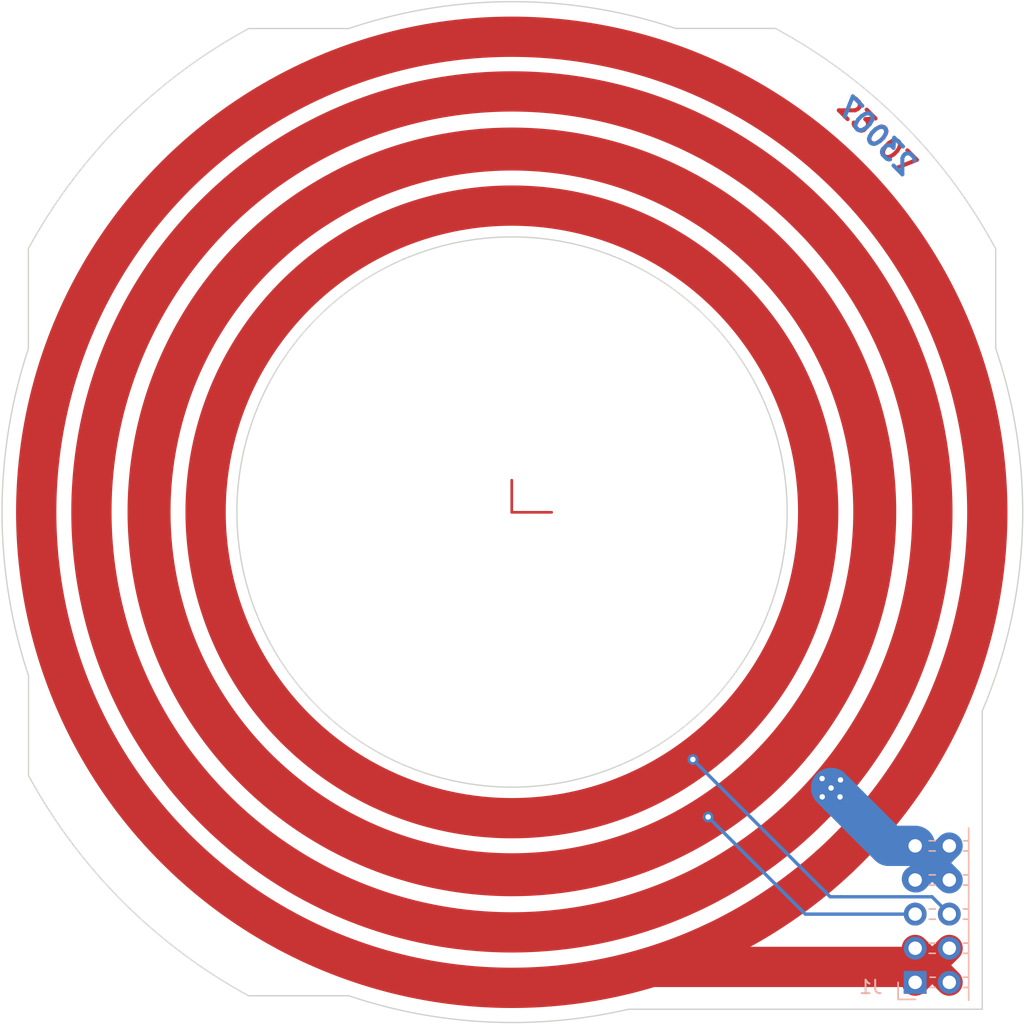
<source format=kicad_pcb>
(kicad_pcb (version 20211014) (generator pcbnew)
  (layers (0 "F.Cu" signal) (31 "B.Cu" signal) (34 "B.Paste" user) (35 "F.Paste" user) (36 "B.SilkS" user "B.Silkscreen") (37 "F.SilkS" user "F.Silkscreen") (38 "B.Mask" user) (39 "F.Mask" user) (44 "Edge.Cuts" user))
  (net 0 "")
  (net 1 "+24V")
  (net 2 "GND")
  (net 3 "canl")
  (net 4 "canh")
  (footprint "Connector_PinHeader_2.54mm:PinHeader_2x05_P2.54mm_Horizontal" (layer "B.Cu") (at 164.1 130.5)
    (fp_text reference "J1" (at -3.31 0.35 180) (layer "B.SilkS") (effects (justify mirror)))
    (fp_text value "Conn_02x05_Odd_Even" hide)
    (fp_line (start 1.11 0.38) (end 1.497071 0.38) (layer "B.SilkS") (width 0.12))
    (fp_line (start 3.582929 -4.7) (end 3.98 -4.7) (layer "B.SilkS") (width 0.12))
    (fp_line (start 1.042929 -10.54) (end 1.497071 -10.54) (layer "B.SilkS") (width 0.12))
    (fp_line (start 3.582929 -9.78) (end 3.98 -9.78) (layer "B.SilkS") (width 0.12))
    (fp_line (start 3.582929 -5.46) (end 3.98 -5.46) (layer "B.SilkS") (width 0.12))
    (fp_line (start 3.582929 -8) (end 3.98 -8) (layer "B.SilkS") (width 0.12))
    (fp_line (start 1.042929 -2.92) (end 1.497071 -2.92) (layer "B.SilkS") (width 0.12))
    (fp_line (start 3.582929 -2.92) (end 3.98 -2.92) (layer "B.SilkS") (width 0.12))
    (fp_line (start 1.042929 -7.24) (end 1.497071 -7.24) (layer "B.SilkS") (width 0.12))
    (fp_line (start 3.98 1.33) (end 3.98 -11.49) (layer "B.SilkS") (width 0.12))
    (fp_line (start 1.042929 -5.46) (end 1.497071 -5.46) (layer "B.SilkS") (width 0.12))
    (fp_line (start 1.042929 -8) (end 1.497071 -8) (layer "B.SilkS") (width 0.12))
    (fp_line (start 1.042929 -9.78) (end 1.497071 -9.78) (layer "B.SilkS") (width 0.12))
    (fp_line (start 1.042929 -4.7) (end 1.497071 -4.7) (layer "B.SilkS") (width 0.12))
    (fp_line (start 3.582929 -10.54) (end 3.98 -10.54) (layer "B.SilkS") (width 0.12))
    (fp_line (start 3.582929 -7.24) (end 3.98 -7.24) (layer "B.SilkS") (width 0.12))
    (fp_line (start 1.042929 -2.16) (end 1.497071 -2.16) (layer "B.SilkS") (width 0.12))
    (fp_line (start -1.27 0) (end -1.27 1.27) (layer "B.SilkS") (width 0.12))
    (fp_line (start 3.582929 -2.16) (end 3.98 -2.16) (layer "B.SilkS") (width 0.12))
    (fp_line (start 3.582929 -0.38) (end 3.98 -0.38) (layer "B.SilkS") (width 0.12))
    (fp_line (start 3.582929 0.38) (end 3.98 0.38) (layer "B.SilkS") (width 0.12))
    (fp_line (start -1.27 1.27) (end 0 1.27) (layer "B.SilkS") (width 0.12))
    (fp_line (start 1.11 -0.38) (end 1.497071 -0.38) (layer "B.SilkS") (width 0.12))
    (pad "1" thru_hole rect (at 0 0) (size 1.7 1.7) (drill 1) (layers *.Cu *.Mask) (net 1 "+24V"))
    (pad "2" thru_hole oval (at 2.54 0) (size 1.7 1.7) (drill 1) (layers *.Cu *.Mask) (net 1 "+24V"))
    (pad "3" thru_hole oval (at 0 -2.54) (size 1.7 1.7) (drill 1) (layers *.Cu *.Mask) (net 1 "+24V"))
    (pad "4" thru_hole oval (at 2.54 -2.54) (size 1.7 1.7) (drill 1) (layers *.Cu *.Mask) (net 1 "+24V"))
    (pad "5" thru_hole oval (at 0 -5.08) (size 1.7 1.7) (drill 1) (layers *.Cu *.Mask) (net 4 "canh"))
    (pad "6" thru_hole oval (at 2.54 -5.08) (size 1.7 1.7) (drill 1) (layers *.Cu *.Mask) (net 3 "canl"))
    (pad "7" thru_hole oval (at 0 -7.62) (size 1.7 1.7) (drill 1) (layers *.Cu *.Mask) (net 2 "GND"))
    (pad "8" thru_hole oval (at 2.54 -7.62) (size 1.7 1.7) (drill 1) (layers *.Cu *.Mask) (net 2 "GND"))
    (pad "9" thru_hole oval (at 0 -10.16) (size 1.7 1.7) (drill 1) (layers *.Cu *.Mask) (net 2 "GND"))
    (pad "10" thru_hole oval (at 2.54 -10.16) (size 1.7 1.7) (drill 1) (layers *.Cu *.Mask) (net 2 "GND"))
  )
  (gr_circle (center 134.07 95.51) (end 169.47 95.51) (layer "F.Cu") (width 3) (fill none))
  (gr_circle (center 134.08 95.48) (end 161.09 95.61) (layer "F.Cu") (width 3.2) (fill none))
  (gr_line (start 134.07 95.51) (end 134.07 93.12) (layer "F.Cu") (width 0.2))
  (gr_circle (center 134.08 95.48) (end 165.38 95.48) (layer "F.Cu") (width 3) (fill none))
  (gr_line (start 134.07 95.51) (end 137.04 95.51) (layer "F.Cu") (width 0.2))
  (gr_circle (center 134.08 95.48) (end 156.88 95.48) (layer "F.Cu") (width 3) (fill none))
  (gr_line (start 169.09 132.5) (end 169.09 110.31) (layer "Edge.Cuts") (width 0.1))
  (gr_line (start 170.09 83.3) (end 170.09 75.89) (layer "Edge.Cuts") (width 0.1))
  (gr_line (start 98.09 75.88) (end 98.09 83.32) (layer "Edge.Cuts") (width 0.1))
  (gr_arc (start 170.09 83.3) (mid 172.077631 96.8971) (end 169.09 110.31) (layer "Edge.Cuts") (width 0.1))
  (gr_arc (start 153.69 59.49) (mid 163.092881 66.487119) (end 170.09 75.89) (layer "Edge.Cuts") (width 0.1))
  (gr_circle (center 134.09 95.49) (end 154.57 95.49) (layer "Edge.Cuts") (width 0.1) (fill none))
  (gr_line (start 98.1 107.68) (end 98.1 115.11) (layer "Edge.Cuts") (width 0.1))
  (gr_line (start 121.94 59.5) (end 114.49 59.5) (layer "Edge.Cuts") (width 0.1))
  (gr_line (start 142.77 132.5) (end 169.09 132.5) (layer "Edge.Cuts") (width 0.1))
  (gr_arc (start 98.09 75.88) (mid 105.104271 66.502824) (end 114.49 59.5) (layer "Edge.Cuts") (width 0.1))
  (gr_arc (start 121.94 59.5) (mid 134.104179 57.49827) (end 146.27 59.49) (layer "Edge.Cuts") (width 0.1))
  (gr_line (start 153.69 59.49) (end 146.27 59.49) (layer "Edge.Cuts") (width 0.1))
  (gr_arc (start 114.48 131.5) (mid 105.108244 124.486035) (end 98.1 115.11) (layer "Edge.Cuts") (width 0.1))
  (gr_arc (start 98.1 107.68) (mid 96.127057 95.500808) (end 98.09 83.32) (layer "Edge.Cuts") (width 0.1))
  (gr_arc (start 142.77 132.5) (mid 132.285547 133.446705) (end 121.94 131.5) (layer "Edge.Cuts") (width 0.1))
  (gr_line (start 114.48 131.5) (end 121.94 131.5) (layer "Edge.Cuts") (width 0.1))
  (gr_text "23007" (at 161.27 67.48 315) (layer "F.Cu") (effects (font (size 1.5 1.5) (thickness 0.3))))
  (gr_text "23007" (at 161.25 67.5 315) (layer "B.Cu") (effects (font (size 1.5 1.5) (thickness 0.3)) (justify mirror)))
  (segment (start 166.64 127.96) (end 164.1 130.5) (width 2) (layer "F.Cu") (net 1))
  (segment (start 164.2 129.35) (end 144.78 129.35) (width 3) (layer "F.Cu") (net 1))
  (segment (start 164.1 127.96) (end 166.64 130.5) (width 2) (layer "F.Cu") (net 1))
  (segment (start 157.18 116.69) (end 156.99 116.88) (width 3) (layer "F.Cu") (net 2))
  (segment (start 156.99 116.88) (end 156.97 116.88) (width 3) (layer "F.Cu") (net 2))
  (segment (start 157.84 116.03) (end 157.18 116.69) (width 3) (layer "F.Cu") (net 2))
  (via (at 158.54 115.43) (size 0.8) (drill 0.4) (layers "F.Cu" "B.Cu") (net 2))
  (via (at 157.84 116.03) (size 0.8) (drill 0.4) (layers "F.Cu" "B.Cu") (net 2))
  (via (at 158.505 116.695) (size 0.8) (drill 0.4) (layers "F.Cu" "B.Cu") (net 2))
  (via (at 157.18 116.69) (size 0.8) (drill 0.4) (layers "F.Cu" "B.Cu") (net 2))
  (via (at 157.17 115.33) (size 0.8) (drill 0.4) (layers "F.Cu" "B.Cu") (net 2))
  (segment (start 164.175 122.805) (end 164.1 122.805) (width 2) (layer "B.Cu") (net 2))
  (segment (start 162.15 120.34) (end 158.505 116.695) (width 3) (layer "B.Cu") (net 2))
  (segment (start 166.64 122.88) (end 164.1 120.34) (width 2) (layer "B.Cu") (net 2))
  (segment (start 158.42 116.61) (end 157.84 116.03) (width 3) (layer "B.Cu") (net 2))
  (segment (start 158.505 116.695) (end 158.47 116.66) (width 3) (layer "B.Cu") (net 2))
  (segment (start 158.47 116.66) (end 158.42 116.61) (width 3) (layer "B.Cu") (net 2))
  (segment (start 164.1 120.34) (end 162.15 120.34) (width 3) (layer "B.Cu") (net 2))
  (segment (start 166.64 120.34) (end 164.175 122.805) (width 2) (layer "B.Cu") (net 2))
  (segment (start 147.55 113.91) (end 146.41 115.05) (width 0.25) (layer "F.Cu") (net 3))
  (segment (start 146.41 115.05) (end 144.71 115.05) (width 0.25) (layer "F.Cu") (net 3))
  (via (at 147.55 113.91) (size 0.8) (drill 0.4) (layers "F.Cu" "B.Cu") (net 3))
  (segment (start 157.77 124.13) (end 147.55 113.91) (width 0.25) (layer "B.Cu") (net 3))
  (segment (start 158.55 124.13) (end 157.77 124.13) (width 0.25) (layer "B.Cu") (net 3))
  (segment (start 158.55 124.13) (end 165.35 124.13) (width 0.25) (layer "B.Cu") (net 3))
  (segment (start 165.35 124.13) (end 166.64 125.42) (width 0.25) (layer "B.Cu") (net 3))
  (segment (start 147.74 119.14) (end 148.69 118.19) (width 0.25) (layer "F.Cu") (net 4))
  (segment (start 146.41 119.14) (end 147.74 119.14) (width 0.25) (layer "F.Cu") (net 4))
  (via (at 148.69 118.19) (size 0.8) (drill 0.4) (layers "F.Cu" "B.Cu") (net 4))
  (segment (start 155.92 125.42) (end 148.69 118.19) (width 0.25) (layer "B.Cu") (net 4))
  (segment (start 164.1 125.42) (end 155.92 125.42) (width 0.25) (layer "B.Cu") (net 4))
)
</source>
